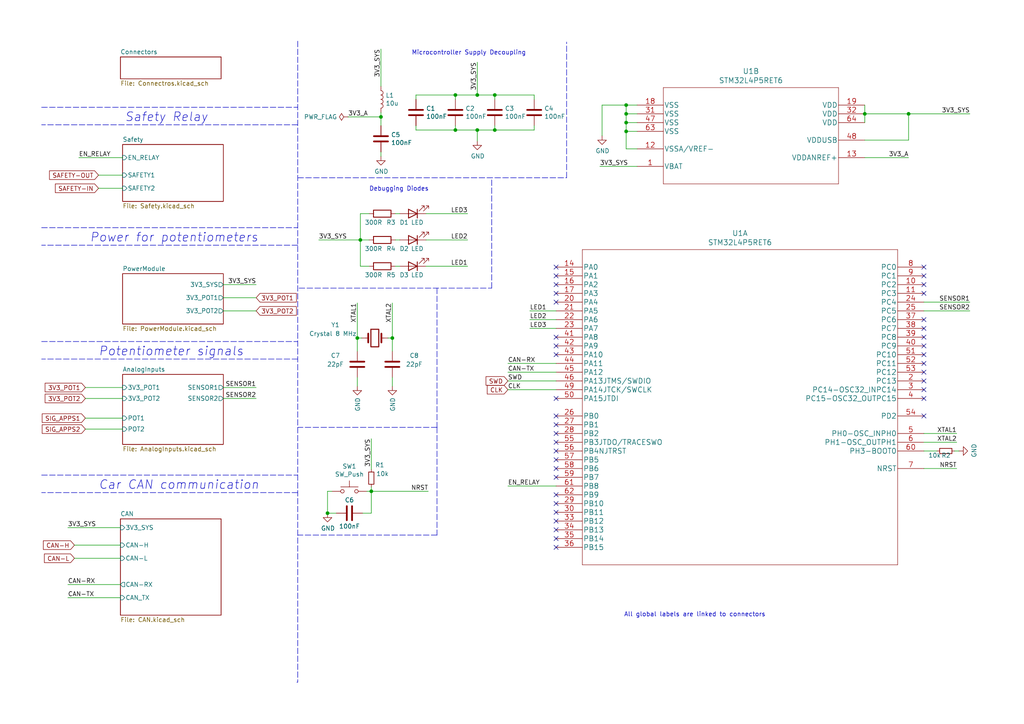
<source format=kicad_sch>
(kicad_sch (version 20211123) (generator eeschema)
  (paper "A4")
  (lib_symbols
    (symbol "2021-05-10_08-39-16:STM32L4P5RET6" (pin_names (offset 0.254))
      (property "Reference" "U" (at 53.34 10.16 0))
      (property "Value" "STM32L4P5RET6" (at 53.34 7.62 0))
      (symbol "STM32L4P5RET6_1_1"
        (polyline (pts (xy 7.62 -86.36) (xy 99.06 -86.36)) (stroke (width 0.127)))
        (polyline (pts (xy 7.62 5.08) (xy 7.62 -86.36)) (stroke (width 0.127)))
        (polyline (pts (xy 99.06 -86.36) (xy 99.06 5.08)) (stroke (width 0.127)))
        (polyline (pts (xy 99.06 5.08) (xy 7.62 5.08)) (stroke (width 0.127)))
        (pin bidirectional line (at 106.68 -5.08 180) (length 7.62) (name "PC2") (number "10"))
        (pin bidirectional line (at 106.68 -7.62 180) (length 7.62) (name "PC3") (number "11"))
        (pin bidirectional line (at 0 0 0) (length 7.62) (name "PA0") (number "14"))
        (pin bidirectional line (at 0 -2.54 0) (length 7.62) (name "PA1") (number "15"))
        (pin bidirectional line (at 0 -5.08 0) (length 7.62) (name "PA2") (number "16"))
        (pin bidirectional line (at 0 -7.62 0) (length 7.62) (name "PA3") (number "17"))
        (pin bidirectional line (at 106.68 -33.02 180) (length 7.62) (name "PC13") (number "2"))
        (pin bidirectional line (at 0 -10.16 0) (length 7.62) (name "PA4") (number "20"))
        (pin bidirectional line (at 0 -12.7 0) (length 7.62) (name "PA5") (number "21"))
        (pin bidirectional line (at 0 -15.24 0) (length 7.62) (name "PA6") (number "22"))
        (pin bidirectional line (at 0 -17.78 0) (length 7.62) (name "PA7") (number "23"))
        (pin bidirectional line (at 106.68 -10.16 180) (length 7.62) (name "PC4") (number "24"))
        (pin bidirectional line (at 106.68 -12.7 180) (length 7.62) (name "PC5") (number "25"))
        (pin bidirectional line (at 0 -43.18 0) (length 7.62) (name "PB0") (number "26"))
        (pin bidirectional line (at 0 -45.72 0) (length 7.62) (name "PB1") (number "27"))
        (pin bidirectional line (at 0 -48.26 0) (length 7.62) (name "PB2") (number "28"))
        (pin bidirectional line (at 0 -68.58 0) (length 7.62) (name "PB10") (number "29"))
        (pin bidirectional line (at 106.68 -35.56 180) (length 7.62) (name "PC14-OSC32_INPC14") (number "3"))
        (pin bidirectional line (at 0 -71.12 0) (length 7.62) (name "PB11") (number "30"))
        (pin bidirectional line (at 0 -73.66 0) (length 7.62) (name "PB12") (number "33"))
        (pin bidirectional line (at 0 -76.2 0) (length 7.62) (name "PB13") (number "34"))
        (pin bidirectional line (at 0 -78.74 0) (length 7.62) (name "PB14") (number "35"))
        (pin bidirectional line (at 0 -81.28 0) (length 7.62) (name "PB15") (number "36"))
        (pin bidirectional line (at 106.68 -15.24 180) (length 7.62) (name "PC6") (number "37"))
        (pin bidirectional line (at 106.68 -17.78 180) (length 7.62) (name "PC7") (number "38"))
        (pin bidirectional line (at 106.68 -20.32 180) (length 7.62) (name "PC8") (number "39"))
        (pin bidirectional line (at 106.68 -38.1 180) (length 7.62) (name "PC15-OSC32_OUTPC15") (number "4"))
        (pin bidirectional line (at 106.68 -22.86 180) (length 7.62) (name "PC9") (number "40"))
        (pin bidirectional line (at 0 -20.32 0) (length 7.62) (name "PA8") (number "41"))
        (pin bidirectional line (at 0 -22.86 0) (length 7.62) (name "PA9") (number "42"))
        (pin bidirectional line (at 0 -25.4 0) (length 7.62) (name "PA10") (number "43"))
        (pin bidirectional line (at 0 -27.94 0) (length 7.62) (name "PA11") (number "44"))
        (pin bidirectional line (at 0 -30.48 0) (length 7.62) (name "PA12") (number "45"))
        (pin bidirectional line (at 0 -33.02 0) (length 7.62) (name "PA13JTMS/SWDIO") (number "46"))
        (pin bidirectional line (at 0 -35.56 0) (length 7.62) (name "PA14JTCK/SWCLK") (number "49"))
        (pin bidirectional line (at 106.68 -48.26 180) (length 7.62) (name "PH0-OSC_INPH0") (number "5"))
        (pin bidirectional line (at 0 -38.1 0) (length 7.62) (name "PA15JTDI") (number "50"))
        (pin bidirectional line (at 106.68 -25.4 180) (length 7.62) (name "PC10") (number "51"))
        (pin bidirectional line (at 106.68 -27.94 180) (length 7.62) (name "PC11") (number "52"))
        (pin bidirectional line (at 106.68 -30.48 180) (length 7.62) (name "PC12") (number "53"))
        (pin bidirectional line (at 106.68 -43.18 180) (length 7.62) (name "PD2") (number "54"))
        (pin bidirectional line (at 0 -50.8 0) (length 7.62) (name "PB3JTDO/TRACESWO") (number "55"))
        (pin bidirectional line (at 0 -53.34 0) (length 7.62) (name "PB4NJTRST") (number "56"))
        (pin bidirectional line (at 0 -55.88 0) (length 7.62) (name "PB5") (number "57"))
        (pin bidirectional line (at 0 -58.42 0) (length 7.62) (name "PB6") (number "58"))
        (pin bidirectional line (at 0 -60.96 0) (length 7.62) (name "PB7") (number "59"))
        (pin bidirectional line (at 106.68 -50.8 180) (length 7.62) (name "PH1-OSC_OUTPH1") (number "6"))
        (pin bidirectional line (at 106.68 -53.34 180) (length 7.62) (name "PH3-BOOT0") (number "60"))
        (pin bidirectional line (at 0 -63.5 0) (length 7.62) (name "PB8") (number "61"))
        (pin bidirectional line (at 0 -66.04 0) (length 7.62) (name "PB9") (number "62"))
        (pin bidirectional line (at 106.68 -58.42 180) (length 7.62) (name "NRST") (number "7"))
        (pin bidirectional line (at 106.68 0 180) (length 7.62) (name "PC0") (number "8"))
        (pin bidirectional line (at 106.68 -2.54 180) (length 7.62) (name "PC1") (number "9"))
      )
      (symbol "STM32L4P5RET6_2_1"
        (polyline (pts (xy 7.62 -22.86) (xy 58.42 -22.86)) (stroke (width 0.127)))
        (polyline (pts (xy 7.62 5.08) (xy 7.62 -22.86)) (stroke (width 0.127)))
        (polyline (pts (xy 58.42 -22.86) (xy 58.42 5.08)) (stroke (width 0.127)))
        (polyline (pts (xy 58.42 5.08) (xy 7.62 5.08)) (stroke (width 0.127)))
        (pin power_in line (at 0 -17.78 0) (length 7.62) (name "VBAT") (number "1"))
        (pin power_in line (at 0 -12.7 0) (length 7.62) (name "VSSA/VREF-") (number "12"))
        (pin power_in line (at 66.04 -15.24 180) (length 7.62) (name "VDDANREF+") (number "13"))
        (pin power_in line (at 0 0 0) (length 7.62) (name "VSS") (number "18"))
        (pin power_in line (at 66.04 0 180) (length 7.62) (name "VDD") (number "19"))
        (pin power_in line (at 0 -2.54 0) (length 7.62) (name "VSS") (number "31"))
        (pin power_in line (at 66.04 -2.54 180) (length 7.62) (name "VDD") (number "32"))
        (pin power_in line (at 0 -5.08 0) (length 7.62) (name "VSS") (number "47"))
        (pin power_in line (at 66.04 -10.16 180) (length 7.62) (name "VDDUSB") (number "48"))
        (pin power_in line (at 0 -7.62 0) (length 7.62) (name "VSS") (number "63"))
        (pin power_in line (at 66.04 -5.08 180) (length 7.62) (name "VDD") (number "64"))
      )
    )
    (symbol "Device:C" (pin_numbers hide) (pin_names (offset 0.254))
      (property "Reference" "C" (at 0.635 2.54 0))
      (property "Value" "C" (at 0.635 -2.54 0))
      (symbol "C_0_1"
        (polyline (pts (xy -2.032 -0.762) (xy 2.032 -0.762)) (stroke (width 0.508)))
        (polyline (pts (xy -2.032 0.762) (xy 2.032 0.762)) (stroke (width 0.508)))
      )
      (symbol "C_1_1"
        (pin passive line (at 0 3.81 270) (length 2.794) (name "~") (number "1"))
        (pin passive line (at 0 -3.81 90) (length 2.794) (name "~") (number "2"))
      )
    )
    (symbol "Device:Crystal" (pin_numbers hide) (pin_names (offset 1.016) hide)
      (property "Reference" "Y" (at 0 3.81 0))
      (property "Value" "Crystal" (at 0 -3.81 0))
      (symbol "Crystal_0_1"
        (rectangle (start -1.143 2.54) (end 1.143 -2.54) (stroke (width 0.3048)))
        (polyline (pts (xy -2.54 0) (xy -1.905 0)))
        (polyline (pts (xy -1.905 -1.27) (xy -1.905 1.27)) (stroke (width 0.508)))
        (polyline (pts (xy 1.905 -1.27) (xy 1.905 1.27)) (stroke (width 0.508)))
        (polyline (pts (xy 2.54 0) (xy 1.905 0)))
      )
      (symbol "Crystal_1_1"
        (pin passive line (at -3.81 0 0) (length 1.27) (name "1") (number "1"))
        (pin passive line (at 3.81 0 180) (length 1.27) (name "2") (number "2"))
      )
    )
    (symbol "Device:L" (pin_numbers hide) (pin_names (offset 1.016) hide)
      (property "Reference" "L" (at -1.27 0 90))
      (property "Value" "L" (at 1.905 0 90))
      (symbol "L_0_1"
        (arc (start 0 -2.54) (mid 0.635 -1.905) (end 0 -1.27))
        (arc (start 0 -1.27) (mid 0.635 -0.635) (end 0 0))
        (arc (start 0 0) (mid 0.635 0.635) (end 0 1.27))
        (arc (start 0 1.27) (mid 0.635 1.905) (end 0 2.54))
      )
      (symbol "L_1_1"
        (pin passive line (at 0 3.81 270) (length 1.27) (name "1") (number "1"))
        (pin passive line (at 0 -3.81 90) (length 1.27) (name "2") (number "2"))
      )
    )
    (symbol "Device:LED" (pin_numbers hide) (pin_names (offset 1.016) hide)
      (property "Reference" "D" (at 0 2.54 0))
      (property "Value" "LED" (at 0 -2.54 0))
      (symbol "LED_0_1"
        (polyline (pts (xy -1.27 -1.27) (xy -1.27 1.27)) (stroke (width 0.254)))
        (polyline (pts (xy -1.27 0) (xy 1.27 0)))
        (polyline (pts (xy 1.27 -1.27) (xy 1.27 1.27) (xy -1.27 0) (xy 1.27 -1.27)) (stroke (width 0.254)))
        (polyline (pts (xy -3.048 -0.762) (xy -4.572 -2.286) (xy -3.81 -2.286) (xy -4.572 -2.286) (xy -4.572 -1.524)))
        (polyline (pts (xy -1.778 -0.762) (xy -3.302 -2.286) (xy -2.54 -2.286) (xy -3.302 -2.286) (xy -3.302 -1.524)))
      )
      (symbol "LED_1_1"
        (pin passive line (at -3.81 0 0) (length 2.54) (name "K") (number "1"))
        (pin passive line (at 3.81 0 180) (length 2.54) (name "A") (number "2"))
      )
    )
    (symbol "Device:R" (pin_numbers hide) (pin_names (offset 0))
      (property "Reference" "R" (at 2.032 0 90))
      (property "Value" "R" (at 0 0 90))
      (symbol "R_0_1"
        (rectangle (start -1.016 -2.54) (end 1.016 2.54) (stroke (width 0.254)))
      )
      (symbol "R_1_1"
        (pin passive line (at 0 3.81 270) (length 1.27) (name "~") (number "1"))
        (pin passive line (at 0 -3.81 90) (length 1.27) (name "~") (number "2"))
      )
    )
    (symbol "Device:R_Small" (pin_numbers hide) (pin_names (offset 0.254) hide)
      (property "Reference" "R" (at 0.762 0.508 0))
      (property "Value" "R_Small" (at 0.762 -1.016 0))
      (symbol "R_Small_0_1"
        (rectangle (start -0.762 1.778) (end 0.762 -1.778) (stroke (width 0.2032)))
      )
      (symbol "R_Small_1_1"
        (pin passive line (at 0 2.54 270) (length 0.762) (name "~") (number "1"))
        (pin passive line (at 0 -2.54 90) (length 0.762) (name "~") (number "2"))
      )
    )
    (symbol "Switch:SW_Push" (pin_numbers hide) (pin_names (offset 1.016) hide)
      (property "Reference" "SW" (at 1.27 2.54 0))
      (property "Value" "SW_Push" (at 0 -1.524 0))
      (symbol "SW_Push_0_1"
        (circle (center -2.032 0) (radius 0.508))
        (polyline (pts (xy 0 1.27) (xy 0 3.048)))
        (polyline (pts (xy 2.54 1.27) (xy -2.54 1.27)))
        (circle (center 2.032 0) (radius 0.508))
        (pin passive line (at -5.08 0 0) (length 2.54) (name "1") (number "1"))
        (pin passive line (at 5.08 0 180) (length 2.54) (name "2") (number "2"))
      )
    )
    (symbol "power:GND" (power) (pin_names (offset 0))
      (property "Value" "GND" (at 0 -3.81 0))
      (symbol "GND_0_1"
        (polyline (pts (xy 0 0) (xy 0 -1.27) (xy 1.27 -1.27) (xy 0 -2.54) (xy -1.27 -1.27) (xy 0 -1.27)))
      )
      (symbol "GND_1_1"
        (pin power_in line (at 0 0 270) (length 0) hide (name "GND") (number "1"))
      )
    )
    (symbol "power:PWR_FLAG" (power) (pin_numbers hide) (pin_names (offset 0) hide)
      (property "Value" "PWR_FLAG" (at 0 3.81 0))
      (symbol "PWR_FLAG_0_0"
        (pin power_out line (at 0 0 90) (length 0) (name "pwr") (number "1"))
      )
      (symbol "PWR_FLAG_0_1"
        (polyline (pts (xy 0 0) (xy 0 1.27) (xy -1.016 1.905) (xy 0 2.54) (xy 1.016 1.905) (xy 0 1.27)))
      )
    )
  )
  (junction (at 138.43 37.719))
  (junction (at 103.632 98.044))
  (junction (at 107.696 142.494))
  (junction (at 143.51 27.559))
  (junction (at 143.51 37.719))
  (junction (at 181.61 38.1))
  (junction (at 132.08 37.719))
  (junction (at 181.61 33.02))
  (junction (at 263.525 33.02))
  (junction (at 181.61 35.56))
  (junction (at 94.996 148.844))
  (junction (at 138.43 27.559))
  (junction (at 132.08 27.559))
  (junction (at 250.825 33.02))
  (junction (at 181.61 30.48))
  (junction (at 110.49 33.909))
  (junction (at 104.521 69.596))
  (junction (at 113.792 98.044))
  (no_connect (at 161.29 77.47))
  (no_connect (at 161.29 80.01))
  (no_connect (at 161.29 102.87))
  (no_connect (at 161.29 100.33))
  (no_connect (at 161.29 97.79))
  (no_connect (at 161.29 158.75))
  (no_connect (at 161.29 156.21))
  (no_connect (at 161.29 153.67))
  (no_connect (at 161.29 151.13))
  (no_connect (at 161.29 87.63))
  (no_connect (at 161.29 85.09))
  (no_connect (at 161.29 82.55))
  (no_connect (at 161.29 148.59))
  (no_connect (at 161.29 146.05))
  (no_connect (at 161.29 138.43))
  (no_connect (at 161.29 135.89))
  (no_connect (at 161.29 133.35))
  (no_connect (at 161.29 128.27))
  (no_connect (at 161.29 125.73))
  (no_connect (at 161.29 123.19))
  (no_connect (at 161.29 120.65))
  (no_connect (at 161.29 115.57))
  (no_connect (at 267.97 110.49))
  (no_connect (at 267.97 113.03))
  (no_connect (at 267.97 115.57))
  (no_connect (at 267.97 120.65))
  (no_connect (at 161.29 143.51))
  (no_connect (at 161.29 130.81))
  (no_connect (at 267.97 105.41))
  (no_connect (at 267.97 107.95))
  (no_connect (at 267.97 77.47))
  (no_connect (at 267.97 80.01))
  (no_connect (at 267.97 82.55))
  (no_connect (at 267.97 85.09))
  (no_connect (at 267.97 102.87))
  (no_connect (at 267.97 92.71))
  (no_connect (at 267.97 95.25))
  (no_connect (at 267.97 97.79))
  (no_connect (at 267.97 100.33))
  (wire (pts (xy 147.32 105.41) (xy 161.29 105.41)))
  (wire (pts (xy 278.13 130.81) (xy 276.86 130.81)))
  (wire (pts (xy 147.32 107.95) (xy 161.29 107.95)))
  (wire (pts (xy 24.765 124.46) (xy 35.56 124.46)))
  (wire (pts (xy 114.681 69.596) (xy 115.951 69.596)))
  (polyline (pts (xy 126.746 123.952) (xy 126.746 155.194)))
  (wire (pts (xy 24.765 121.285) (xy 35.56 121.285)))
  (polyline (pts (xy 142.621 83.566) (xy 142.621 51.816)))
  (wire (pts (xy 120.65 37.719) (xy 120.65 36.449)))
  (polyline (pts (xy 86.36 36.195) (xy 12.065 36.195)))
  (wire (pts (xy 153.67 92.71) (xy 161.29 92.71)))
  (wire (pts (xy 107.061 77.216) (xy 104.521 77.216)))
  (wire (pts (xy 104.521 69.596) (xy 104.521 61.976)))
  (wire (pts (xy 94.996 142.494) (xy 96.266 142.494)))
  (wire (pts (xy 105.156 148.844) (xy 107.696 148.844)))
  (wire (pts (xy 263.525 40.64) (xy 250.825 40.64)))
  (wire (pts (xy 112.522 98.044) (xy 113.792 98.044)))
  (wire (pts (xy 138.43 27.559) (xy 132.08 27.559)))
  (wire (pts (xy 181.61 33.02) (xy 184.785 33.02)))
  (wire (pts (xy 132.08 36.449) (xy 132.08 37.719)))
  (polyline (pts (xy 86.36 71.12) (xy 12.065 71.12)))
  (polyline (pts (xy 12.065 31.115) (xy 86.36 31.115)))
  (wire (pts (xy 104.521 77.216) (xy 104.521 69.596)))
  (polyline (pts (xy 86.36 142.875) (xy 12.065 142.875)))
  (wire (pts (xy 263.525 33.02) (xy 263.525 40.64)))
  (wire (pts (xy 64.77 90.17) (xy 74.295 90.17)))
  (wire (pts (xy 107.696 142.494) (xy 124.206 142.494)))
  (wire (pts (xy 110.49 36.449) (xy 110.49 33.909)))
  (wire (pts (xy 181.61 30.48) (xy 174.625 30.48)))
  (wire (pts (xy 103.632 98.044) (xy 104.902 98.044)))
  (wire (pts (xy 21.59 158.115) (xy 34.925 158.115)))
  (wire (pts (xy 174.625 30.48) (xy 174.625 39.37)))
  (wire (pts (xy 104.521 69.596) (xy 107.061 69.596)))
  (wire (pts (xy 250.825 33.02) (xy 263.525 33.02)))
  (wire (pts (xy 107.696 127.254) (xy 107.696 136.144)))
  (wire (pts (xy 103.632 98.044) (xy 103.632 101.854)))
  (wire (pts (xy 94.996 148.844) (xy 97.536 148.844)))
  (wire (pts (xy 132.08 27.559) (xy 120.65 27.559)))
  (wire (pts (xy 250.825 33.02) (xy 250.825 35.56)))
  (wire (pts (xy 123.571 61.976) (xy 135.636 61.976)))
  (wire (pts (xy 64.77 82.55) (xy 74.295 82.55)))
  (wire (pts (xy 138.43 37.719) (xy 138.43 40.894)))
  (polyline (pts (xy 126.746 83.566) (xy 126.746 123.952)))
  (wire (pts (xy 267.97 125.73) (xy 277.495 125.73)))
  (wire (pts (xy 173.99 48.26) (xy 184.785 48.26)))
  (wire (pts (xy 132.08 37.719) (xy 138.43 37.719)))
  (wire (pts (xy 92.456 69.596) (xy 104.521 69.596)))
  (wire (pts (xy 181.61 38.1) (xy 181.61 43.18)))
  (wire (pts (xy 153.67 95.25) (xy 161.29 95.25)))
  (polyline (pts (xy 86.106 197.866) (xy 86.36 197.866)))
  (wire (pts (xy 110.49 14.224) (xy 110.49 25.019)))
  (wire (pts (xy 28.575 50.8) (xy 35.56 50.8)))
  (polyline (pts (xy 12.065 99.06) (xy 86.36 99.06)))
  (wire (pts (xy 113.792 87.884) (xy 113.792 98.044)))
  (wire (pts (xy 114.681 77.216) (xy 115.951 77.216)))
  (wire (pts (xy 113.792 112.014) (xy 113.792 109.474)))
  (wire (pts (xy 123.571 69.596) (xy 135.636 69.596)))
  (wire (pts (xy 114.681 61.976) (xy 115.951 61.976)))
  (wire (pts (xy 267.97 128.27) (xy 277.495 128.27)))
  (wire (pts (xy 154.94 27.559) (xy 154.94 28.829)))
  (polyline (pts (xy 126.746 155.194) (xy 86.36 155.194)))
  (wire (pts (xy 181.61 35.56) (xy 181.61 38.1)))
  (polyline (pts (xy 86.36 104.14) (xy 12.065 104.14)))
  (wire (pts (xy 138.43 18.034) (xy 138.43 27.559)))
  (wire (pts (xy 267.97 90.17) (xy 281.305 90.17)))
  (wire (pts (xy 143.51 36.449) (xy 143.51 37.719)))
  (wire (pts (xy 28.575 54.61) (xy 35.56 54.61)))
  (polyline (pts (xy 164.338 51.562) (xy 164.338 12.192)))
  (wire (pts (xy 132.08 37.719) (xy 120.65 37.719)))
  (wire (pts (xy 250.825 45.72) (xy 263.525 45.72)))
  (polyline (pts (xy 126.746 123.952) (xy 86.36 123.952)))
  (wire (pts (xy 267.97 87.63) (xy 281.305 87.63)))
  (wire (pts (xy 110.49 44.069) (xy 110.49 45.339)))
  (wire (pts (xy 104.521 61.976) (xy 107.061 61.976)))
  (wire (pts (xy 107.696 148.844) (xy 107.696 142.494)))
  (wire (pts (xy 138.43 37.719) (xy 143.51 37.719)))
  (wire (pts (xy 181.61 30.48) (xy 181.61 33.02)))
  (wire (pts (xy 21.59 161.925) (xy 34.925 161.925)))
  (wire (pts (xy 19.685 169.545) (xy 34.925 169.545)))
  (wire (pts (xy 24.765 115.57) (xy 35.56 115.57)))
  (wire (pts (xy 64.77 112.395) (xy 74.295 112.395)))
  (polyline (pts (xy 12.065 137.795) (xy 86.36 137.795)))
  (wire (pts (xy 19.685 153.035) (xy 34.925 153.035)))
  (wire (pts (xy 100.965 33.909) (xy 110.49 33.909)))
  (wire (pts (xy 143.51 27.559) (xy 143.51 28.829)))
  (wire (pts (xy 181.61 33.02) (xy 181.61 35.56)))
  (wire (pts (xy 147.32 140.97) (xy 161.29 140.97)))
  (wire (pts (xy 181.61 38.1) (xy 184.785 38.1)))
  (wire (pts (xy 147.32 110.49) (xy 161.29 110.49)))
  (wire (pts (xy 94.996 148.844) (xy 94.996 142.494)))
  (wire (pts (xy 19.685 173.355) (xy 34.925 173.355)))
  (polyline (pts (xy 86.36 11.938) (xy 86.36 197.866)))
  (wire (pts (xy 132.08 27.559) (xy 132.08 28.829)))
  (wire (pts (xy 267.97 135.89) (xy 277.495 135.89)))
  (wire (pts (xy 250.825 30.48) (xy 250.825 33.02)))
  (wire (pts (xy 64.77 86.36) (xy 74.295 86.36)))
  (wire (pts (xy 154.94 27.559) (xy 143.51 27.559)))
  (wire (pts (xy 181.61 43.18) (xy 184.785 43.18)))
  (wire (pts (xy 154.94 36.449) (xy 154.94 37.719)))
  (wire (pts (xy 120.65 27.559) (xy 120.65 28.829)))
  (polyline (pts (xy 12.065 66.04) (xy 86.36 66.04)))
  (wire (pts (xy 107.696 141.224) (xy 107.696 142.494)))
  (wire (pts (xy 113.792 101.854) (xy 113.792 98.044)))
  (wire (pts (xy 181.61 35.56) (xy 184.785 35.56)))
  (wire (pts (xy 181.61 30.48) (xy 184.785 30.48)))
  (wire (pts (xy 153.67 90.17) (xy 161.29 90.17)))
  (wire (pts (xy 263.525 33.02) (xy 281.305 33.02)))
  (wire (pts (xy 147.32 113.03) (xy 161.29 113.03)))
  (wire (pts (xy 64.77 115.57) (xy 74.295 115.57)))
  (wire (pts (xy 271.78 130.81) (xy 267.97 130.81)))
  (wire (pts (xy 143.51 27.559) (xy 138.43 27.559)))
  (wire (pts (xy 22.86 45.72) (xy 35.56 45.72)))
  (wire (pts (xy 103.632 109.474) (xy 103.632 112.014)))
  (wire (pts (xy 107.696 142.494) (xy 106.426 142.494)))
  (wire (pts (xy 123.571 77.216) (xy 135.636 77.216)))
  (wire (pts (xy 24.765 112.395) (xy 35.56 112.395)))
  (wire (pts (xy 103.632 87.884) (xy 103.632 98.044)))
  (polyline (pts (xy 86.741 83.566) (xy 142.621 83.566)))
  (wire (pts (xy 110.49 33.909) (xy 110.49 32.639)))
  (wire (pts (xy 154.94 37.719) (xy 143.51 37.719)))
  (polyline (pts (xy 86.36 51.562) (xy 164.338 51.562)))
  (text "Power for potentiometers" (at 26.035 70.485 0) (effects (font (size 2.54 2.54) italic) (justify left bottom)))
  (text "All global labels are linked to connectors\n" (at 180.975 179.07 0) (effects (font (size 1.27 1.27)) (justify left bottom)))
  (text "Debugging Diodes" (at 107.061 55.626 0) (effects (font (size 1.27 1.27)) (justify left bottom)))
  (text "Safety Relay" (at 36.195 35.56 0) (effects (font (size 2.54 2.54) italic) (justify left bottom)))
  (text "Microcontroller Supply Decoupling" (at 119.38 16.129 0) (effects (font (size 1.27 1.27)) (justify left bottom)))
  (text "Potentiometer signals" (at 28.575 103.505 0) (effects (font (size 2.54 2.54) italic) (justify left bottom)))
  (text "Car CAN communication" (at 28.575 142.24 0) (effects (font (size 2.54 2.54) italic) (justify left bottom)))
  (label "LED3" (at 135.636 61.976 180))
  (label "XTAL2" (at 113.792 87.884 270))
  (label "3V3_SYS" (at 19.685 153.035 0))
  (label "CLK" (at 147.32 113.03 0))
  (label "3V3_SYS" (at 110.49 14.224 270))
  (label "3V3_SYS" (at 92.456 69.596 0))
  (label "LED3" (at 153.67 95.25 0))
  (label "XTAL2" (at 277.495 128.27 180))
  (label "XTAL1" (at 277.495 125.73 180))
  (label "3V3_A" (at 100.965 33.909 0))
  (label "3V3_SYS" (at 173.99 48.26 0))
  (label "3V3_A" (at 263.525 45.72 180))
  (label "3V3_SYS" (at 138.43 18.034 270))
  (label "SENSOR2" (at 74.295 115.57 180))
  (label "SWD" (at 147.32 110.49 0))
  (label "XTAL1" (at 103.632 87.884 270))
  (label "SENSOR1" (at 281.305 87.63 180))
  (label "3V3_SYS" (at 74.295 82.55 180))
  (label "LED2" (at 153.67 92.71 0))
  (label "SENSOR2" (at 281.305 90.17 180))
  (label "LED2" (at 135.636 69.596 180))
  (label "NRST" (at 277.495 135.89 180))
  (label "LED1" (at 135.636 77.216 180))
  (label "3V3_SYS" (at 107.696 127.254 270))
  (label "CAN-TX" (at 147.32 107.95 0))
  (label "EN_RELAY" (at 147.32 140.97 0))
  (label "SENSOR1" (at 74.295 112.395 180))
  (label "EN_RELAY" (at 22.86 45.72 0))
  (label "3V3_SYS" (at 281.305 33.02 180))
  (label "CAN-TX" (at 19.685 173.355 0))
  (label "LED1" (at 153.67 90.17 0))
  (label "CAN-RX" (at 147.32 105.41 0))
  (label "CAN-RX" (at 19.685 169.545 0))
  (label "NRST" (at 124.206 142.494 180))
  (global_label "CLK" (shape input) (at 147.32 113.03 180) (property "Intersheet References" "${INTERSHEET_REFS}" (effects hide)))
  (global_label "SIG_APPS1" (shape input) (at 24.765 121.285 180) (property "Intersheet References" "${INTERSHEET_REFS}" (effects hide)))
  (global_label "SAFETY-OUT" (shape input) (at 28.575 50.8 180) (property "Intersheet References" "${INTERSHEET_REFS}" (effects hide)))
  (global_label "CAN-L" (shape input) (at 21.59 161.925 180) (property "Intersheet References" "${INTERSHEET_REFS}" (effects hide)))
  (global_label "3V3_POT2" (shape input) (at 74.295 90.17 0) (property "Intersheet References" "${INTERSHEET_REFS}" (effects hide)))
  (global_label "SAFETY-IN" (shape input) (at 28.575 54.61 180) (property "Intersheet References" "${INTERSHEET_REFS}" (effects hide)))
  (global_label "SWD" (shape input) (at 147.32 110.49 180) (property "Intersheet References" "${INTERSHEET_REFS}" (effects hide)))
  (global_label "CAN-H" (shape input) (at 21.59 158.115 180) (property "Intersheet References" "${INTERSHEET_REFS}" (effects hide)))
  (global_label "3V3_POT2" (shape input) (at 24.765 115.57 180) (property "Intersheet References" "${INTERSHEET_REFS}" (effects hide)))
  (global_label "3V3_POT1" (shape input) (at 74.295 86.36 0) (property "Intersheet References" "${INTERSHEET_REFS}" (effects hide)))
  (global_label "SIG_APPS2" (shape input) (at 24.765 124.46 180) (property "Intersheet References" "${INTERSHEET_REFS}" (effects hide)))
  (global_label "3V3_POT1" (shape input) (at 24.765 112.395 180) (property "Intersheet References" "${INTERSHEET_REFS}" (effects hide)))
  (symbol (lib_id "Device:C") (at 120.65 32.639 0) (unit 1)
    (property "Reference" "C1" (at 123.571 31.4706 0) (effects (justify left)))
    (property "Value" "100nF" (at 123.571 33.782 0) (effects (justify left)))
    (property "Footprint" "Capacitor_SMD:C_0603_1608Metric_Pad1.08x0.95mm_HandSolder" (effects hide))
  )
  (symbol (lib_id "Device:C") (at 132.08 32.639 0) (unit 1)
    (property "Reference" "C2" (at 135.001 31.4706 0) (effects (justify left)))
    (property "Value" "100nF" (at 135.001 33.782 0) (effects (justify left)))
    (property "Footprint" "Capacitor_SMD:C_0603_1608Metric_Pad1.08x0.95mm_HandSolder" (effects hide))
  )
  (symbol (lib_id "Device:C") (at 143.51 32.639 0) (unit 1)
    (property "Reference" "C3" (at 146.431 31.4706 0) (effects (justify left)))
    (property "Value" "100nF" (at 146.431 33.782 0) (effects (justify left)))
    (property "Footprint" "Capacitor_SMD:C_0603_1608Metric_Pad1.08x0.95mm_HandSolder" (effects hide))
  )
  (symbol (lib_id "Device:C") (at 154.94 32.639 0) (unit 1)
    (property "Reference" "C4" (at 157.861 31.4706 0) (effects (justify left)))
    (property "Value" "100nF" (at 157.861 33.782 0) (effects (justify left)))
    (property "Footprint" "Capacitor_SMD:C_0603_1608Metric_Pad1.08x0.95mm_HandSolder" (effects hide))
  )
  (symbol (lib_id "Device:L") (at 110.49 28.829 0) (unit 1)
    (property "Reference" "L1" (at 111.8362 27.6606 0) (effects (justify left)))
    (property "Value" "10u" (at 111.8362 29.972 0) (effects (justify left)))
    (property "Footprint" "Inductor_SMD:L_0805_2012Metric" (effects hide))
  )
  (symbol (lib_id "Device:C") (at 110.49 40.259 0) (unit 1)
    (property "Reference" "C5" (at 113.411 39.0906 0) (effects (justify left)))
    (property "Value" "100nF" (at 113.411 41.402 0) (effects (justify left)))
    (property "Footprint" "Capacitor_SMD:C_0603_1608Metric_Pad1.08x0.95mm_HandSolder" (effects hide))
  )
  (symbol (lib_id "power:GND") (at 138.43 40.894 0) (unit 1)
    (property "Reference" "#PWR01" (effects hide))
    (property "Value" "GND" (at 138.557 45.2882 0))
  )
  (symbol (lib_id "power:GND") (at 110.49 45.339 0) (unit 1)
    (property "Reference" "#PWR02" (effects hide))
    (property "Value" "GND" (at 110.617 49.7332 0))
  )
  (symbol (lib_id "Device:R_Small") (at 274.32 130.81 270) (unit 1)
    (property "Reference" "R2" (at 273.05 132.08 90) (effects (justify left)))
    (property "Value" "10k" (at 269.24 132.08 90) (effects (justify left)))
    (property "Footprint" "Resistor_SMD:R_0603_1608Metric_Pad0.98x0.95mm_HandSolder" (effects hide))
  )
  (symbol (lib_id "power:GND") (at 278.13 130.81 90) (unit 1)
    (property "Reference" "#PWR04" (effects hide))
    (property "Value" "GND" (at 282.5242 130.683 0))
  )
  (symbol (lib_id "Device:Crystal") (at 108.712 98.044 180) (unit 1)
    (property "Reference" "Y1" (at 96.012 94.234 0) (effects (justify right)))
    (property "Value" "Crystal 8 MHz" (at 89.662 96.774 0) (effects (justify right)))
    (property "Footprint" "Crystal:Crystal_SMD_HC49-SD" (effects hide))
  )
  (symbol (lib_id "Device:C") (at 101.346 148.844 270) (unit 1)
    (property "Reference" "C6" (at 101.346 145.034 90))
    (property "Value" "100nF" (at 101.346 152.654 90))
    (property "Footprint" "Capacitor_SMD:C_0603_1608Metric_Pad1.08x0.95mm_HandSolder" (effects hide))
  )
  (symbol (lib_id "Switch:SW_Push") (at 101.346 142.494 0) (unit 1)
    (property "Reference" "SW1" (at 101.346 135.255 0))
    (property "Value" "SW_Push" (at 101.346 137.5664 0))
    (property "Footprint" "Button_Switch_THT:SW_PUSH_6mm" (effects hide))
  )
  (symbol (lib_id "Device:C") (at 103.632 105.664 0) (unit 1)
    (property "Reference" "C7" (at 97.282 103.124 0))
    (property "Value" "22pF" (at 97.282 105.664 0))
    (property "Footprint" "Capacitor_SMD:C_0603_1608Metric_Pad1.08x0.95mm_HandSolder" (effects hide))
  )
  (symbol (lib_id "Device:C") (at 113.792 105.664 0) (unit 1)
    (property "Reference" "C8" (at 120.142 103.124 0))
    (property "Value" "22pF" (at 120.142 105.664 0))
    (property "Footprint" "Capacitor_SMD:C_0603_1608Metric_Pad1.08x0.95mm_HandSolder" (effects hide))
  )
  (symbol (lib_id "power:GND") (at 103.632 112.014 0) (unit 1)
    (property "Reference" "#PWR05" (effects hide))
    (property "Value" "GND" (at 103.759 115.2652 90) (effects (justify right)))
  )
  (symbol (lib_id "power:GND") (at 113.792 112.014 0) (unit 1)
    (property "Reference" "#PWR06" (effects hide))
    (property "Value" "GND" (at 113.919 115.2652 90) (effects (justify right)))
  )
  (symbol (lib_id "Device:R") (at 110.871 77.216 90) (unit 1)
    (property "Reference" "R5" (at 113.411 79.756 90))
    (property "Value" "300R" (at 108.331 79.756 90))
    (property "Footprint" "Resistor_SMD:R_0603_1608Metric_Pad0.98x0.95mm_HandSolder" (effects hide))
  )
  (symbol (lib_id "Device:R") (at 110.871 69.596 270) (unit 1)
    (property "Reference" "R4" (at 113.411 72.136 90))
    (property "Value" "300R" (at 108.331 72.136 90))
    (property "Footprint" "Resistor_SMD:R_0603_1608Metric_Pad0.98x0.95mm_HandSolder" (effects hide))
  )
  (symbol (lib_id "Device:R") (at 110.871 61.976 270) (unit 1)
    (property "Reference" "R3" (at 113.411 64.516 90))
    (property "Value" "300R" (at 108.331 64.516 90))
    (property "Footprint" "Resistor_SMD:R_0603_1608Metric_Pad0.98x0.95mm_HandSolder" (effects hide))
  )
  (symbol (lib_id "Device:LED") (at 119.761 77.216 180) (unit 1)
    (property "Reference" "D3" (at 117.221 79.756 0))
    (property "Value" "LED" (at 121.031 79.756 0))
    (property "Footprint" "LED_SMD:LED_0603_1608Metric_Pad1.05x0.95mm_HandSolder" (effects hide))
  )
  (symbol (lib_id "Device:LED") (at 119.761 69.596 180) (unit 1)
    (property "Reference" "D2" (at 117.221 72.136 0))
    (property "Value" "LED" (at 121.031 72.136 0))
    (property "Footprint" "LED_SMD:LED_0603_1608Metric_Pad1.05x0.95mm_HandSolder" (effects hide))
  )
  (symbol (lib_id "Device:LED") (at 119.761 61.976 180) (unit 1)
    (property "Reference" "D1" (at 117.221 64.516 0))
    (property "Value" "LED" (at 121.031 64.516 0))
    (property "Footprint" "LED_SMD:LED_0603_1608Metric_Pad1.05x0.95mm_HandSolder" (effects hide))
  )
  (symbol (lib_id "power:GND") (at 94.996 148.844 0) (unit 1)
    (property "Reference" "#PWR03" (effects hide))
    (property "Value" "GND" (at 95.123 153.2382 0))
  )
  (symbol (lib_id "Device:R_Small") (at 107.696 138.684 180) (unit 1)
    (property "Reference" "R1" (at 111.506 134.874 0) (effects (justify left)))
    (property "Value" "10k" (at 112.776 137.414 0) (effects (justify left)))
    (property "Footprint" "Resistor_SMD:R_0603_1608Metric_Pad0.98x0.95mm_HandSolder" (effects hide))
  )
  (symbol (lib_id "power:GND") (at 174.625 39.37 0) (unit 1)
    (property "Reference" "#PWR0101" (effects hide))
    (property "Value" "GND" (at 174.752 43.7642 0))
  )
  (symbol (lib_id "2021-05-10_08-39-16:STM32L4P5RET6") (at 161.29 77.47 0) (unit 1)
    (property "Reference" "U1" (at 214.63 67.6402 0) (effects (font (size 1.524 1.524))))
    (property "Value" "STM32L4P5RET6" (at 214.63 70.3326 0) (effects (font (size 1.524 1.524))))
    (property "Footprint" "footprints:STM32L4P5RET6" (effects hide))
  )
  (symbol (lib_id "2021-05-10_08-39-16:STM32L4P5RET6") (at 184.785 30.48 0) (unit 2)
    (property "Reference" "U1" (at 217.805 20.6502 0) (effects (font (size 1.524 1.524))))
    (property "Value" "STM32L4P5RET6" (at 217.805 23.3426 0) (effects (font (size 1.524 1.524))))
    (property "Footprint" "footprints:STM32L4P5RET6" (effects hide))
  )
  (symbol (lib_id "power:PWR_FLAG") (at 100.965 33.909 90) (unit 1)
    (property "Reference" "#FLG0105" (effects hide))
    (property "Value" "PWR_FLAG" (at 97.79 33.9089 90) (effects (justify left)))
  )
  (sheet (at 35.56 79.375) (size 29.21 14.605)
    (property "Sheet name" "PowerModule" (at 35.56 78.6634 0) (effects (justify left bottom)))
    (property "Sheet file" "PowerModule.kicad_sch" (at 35.56 94.5646 0) (effects (justify left top)))
    (pin "3V3_POT1" output (at 64.77 86.36 0))
    (pin "3V3_POT2" output (at 64.77 90.17 0))
    (pin "3V3_SYS" output (at 64.77 82.55 0))
  )
  (sheet (at 34.925 150.495) (size 29.21 27.94)
    (property "Sheet name" "CAN" (at 34.925 149.7834 0) (effects (justify left bottom)))
    (property "Sheet file" "CAN.kicad_sch" (at 34.925 179.0196 0) (effects (justify left top)))
    (pin "CAN-H" input (at 34.925 158.115 180))
    (pin "CAN-L" input (at 34.925 161.925 180))
    (pin "CAN-RX" output (at 34.925 169.545 180))
    (pin "3V3_SYS" input (at 34.925 153.035 180))
    (pin "CAN_TX" input (at 34.925 173.355 180))
  )
  (sheet (at 35.56 41.91) (size 29.21 16.51)
    (property "Sheet name" "Safety" (at 35.56 41.1984 0) (effects (justify left bottom)))
    (property "Sheet file" "Safety.kicad_sch" (at 35.56 59.0046 0) (effects (justify left top)))
    (pin "SAFETY2" input (at 35.56 54.61 180))
    (pin "EN_RELAY" input (at 35.56 45.72 180))
    (pin "SAFETY1" input (at 35.56 50.8 180))
  )
  (sheet (at 35.56 108.585) (size 29.21 20.32)
    (property "Sheet name" "AnalogInputs" (at 35.56 107.8734 0) (effects (justify left bottom)))
    (property "Sheet file" "AnalogInputs.kicad_sch" (at 35.56 129.4896 0) (effects (justify left top)))
    (pin "3V3_POT2" input (at 35.56 115.57 180))
    (pin "3V3_POT1" input (at 35.56 112.395 180))
    (pin "SENSOR2" output (at 64.77 115.57 0))
    (pin "SENSOR1" output (at 64.77 112.395 0))
    (pin "POT2" input (at 35.56 124.46 180))
    (pin "POT1" input (at 35.56 121.285 180))
  )
  (sheet (at 34.925 16.51) (size 29.21 6.35)
    (property "Sheet name" "Connectors" (at 34.925 15.7984 0) (effects (justify left bottom)))
    (property "Sheet file" "Connectros.kicad_sch" (at 34.925 23.4446 0) (effects (justify left top)))
  )
)
</source>
